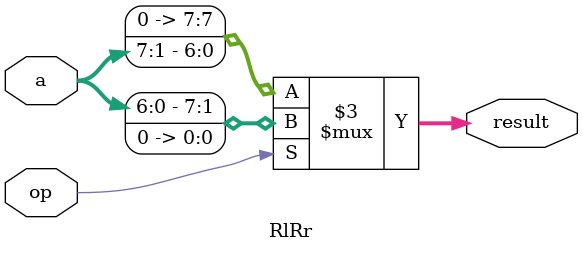
<source format=v>
`timescale 1ns / 1ps

module RlRr(op, a, result);
    input        op;
    input  [7:0] a;
    output [7:0] result;

    assign result = op? a << 1'b1 : a >> 1'b1;
endmodule
</source>
